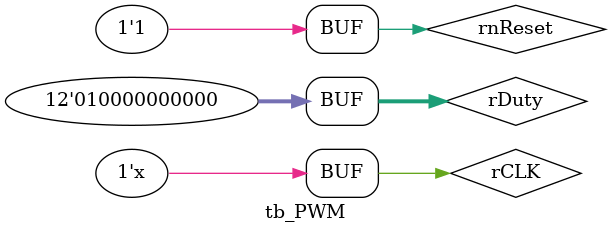
<source format=v>
`timescale 1ns / 1ps
module tb_PWM;
reg rnReset;
reg rCLK;
reg [11:0] rDuty;
wire wPWM;

PWM dut(
    .inReset(rnReset),
    .iCLK(rCLK),
    .iDuty(rDuty),
    .oPWM(wPWM)
);

initial begin
    #0
    rnReset = 1'b0;
    rCLK = 1'b0;
    rDuty = 12'h400;

    #90 rnReset = 1'b1;
end

always begin
    #10 rCLK <= ~rCLK;
end

endmodule
</source>
